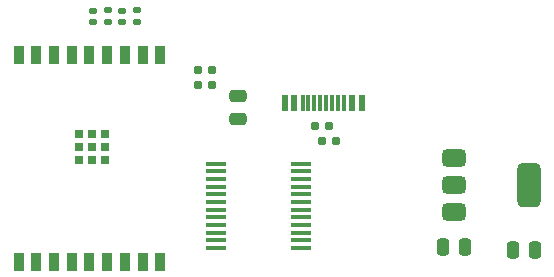
<source format=gtp>
%TF.GenerationSoftware,KiCad,Pcbnew,9.0.3*%
%TF.CreationDate,2025-08-05T23:38:35-05:00*%
%TF.ProjectId,Battle_Bot_Mind,42617474-6c65-45f4-926f-745f4d696e64,rev?*%
%TF.SameCoordinates,Original*%
%TF.FileFunction,Paste,Top*%
%TF.FilePolarity,Positive*%
%FSLAX46Y46*%
G04 Gerber Fmt 4.6, Leading zero omitted, Abs format (unit mm)*
G04 Created by KiCad (PCBNEW 9.0.3) date 2025-08-05 23:38:35*
%MOMM*%
%LPD*%
G01*
G04 APERTURE LIST*
G04 Aperture macros list*
%AMRoundRect*
0 Rectangle with rounded corners*
0 $1 Rounding radius*
0 $2 $3 $4 $5 $6 $7 $8 $9 X,Y pos of 4 corners*
0 Add a 4 corners polygon primitive as box body*
4,1,4,$2,$3,$4,$5,$6,$7,$8,$9,$2,$3,0*
0 Add four circle primitives for the rounded corners*
1,1,$1+$1,$2,$3*
1,1,$1+$1,$4,$5*
1,1,$1+$1,$6,$7*
1,1,$1+$1,$8,$9*
0 Add four rect primitives between the rounded corners*
20,1,$1+$1,$2,$3,$4,$5,0*
20,1,$1+$1,$4,$5,$6,$7,0*
20,1,$1+$1,$6,$7,$8,$9,0*
20,1,$1+$1,$8,$9,$2,$3,0*%
G04 Aperture macros list end*
%ADD10R,0.700000X0.700000*%
%ADD11R,0.900000X1.500000*%
%ADD12RoundRect,0.135000X0.185000X-0.135000X0.185000X0.135000X-0.185000X0.135000X-0.185000X-0.135000X0*%
%ADD13RoundRect,0.160000X0.197500X0.160000X-0.197500X0.160000X-0.197500X-0.160000X0.197500X-0.160000X0*%
%ADD14RoundRect,0.160000X-0.197500X-0.160000X0.197500X-0.160000X0.197500X0.160000X-0.197500X0.160000X0*%
%ADD15R,0.600000X1.450000*%
%ADD16R,0.300000X1.450000*%
%ADD17RoundRect,0.147500X0.172500X-0.147500X0.172500X0.147500X-0.172500X0.147500X-0.172500X-0.147500X0*%
%ADD18RoundRect,0.250000X-0.475000X0.250000X-0.475000X-0.250000X0.475000X-0.250000X0.475000X0.250000X0*%
%ADD19R,1.750000X0.450000*%
%ADD20RoundRect,0.375000X-0.625000X-0.375000X0.625000X-0.375000X0.625000X0.375000X-0.625000X0.375000X0*%
%ADD21RoundRect,0.500000X-0.500000X-1.400000X0.500000X-1.400000X0.500000X1.400000X-0.500000X1.400000X0*%
%ADD22RoundRect,0.250000X-0.250000X-0.475000X0.250000X-0.475000X0.250000X0.475000X-0.250000X0.475000X0*%
%ADD23RoundRect,0.250000X0.250000X0.475000X-0.250000X0.475000X-0.250000X-0.475000X0.250000X-0.475000X0*%
G04 APERTURE END LIST*
D10*
%TO.C,U1*%
X112300000Y-84390000D03*
X113400000Y-84390000D03*
X114500000Y-84390000D03*
X112300000Y-83290000D03*
X113400000Y-83290000D03*
X114500000Y-83290000D03*
X112300000Y-82190000D03*
X113400000Y-82190000D03*
X114500000Y-82190000D03*
D11*
X107200000Y-93000000D03*
X108700000Y-93000000D03*
X110200000Y-93000000D03*
X111700000Y-93000000D03*
X113200000Y-93000000D03*
X114700000Y-93000000D03*
X116200000Y-93000000D03*
X117700000Y-93000000D03*
X119200000Y-93000000D03*
X119200000Y-75500000D03*
X117700000Y-75500000D03*
X116200000Y-75500000D03*
X114700000Y-75500000D03*
X113200000Y-75500000D03*
X111700000Y-75500000D03*
X110200000Y-75500000D03*
X108700000Y-75500000D03*
X107200000Y-75500000D03*
%TD*%
D12*
%TO.C,R4*%
X114750000Y-72720000D03*
X114750000Y-71700000D03*
%TD*%
D13*
%TO.C,R6*%
X123597500Y-76788000D03*
X122402500Y-76788000D03*
%TD*%
%TO.C,R5*%
X123597500Y-78038000D03*
X122402500Y-78038000D03*
%TD*%
D14*
%TO.C,R1*%
X132902500Y-82810000D03*
X134097500Y-82810000D03*
%TD*%
D15*
%TO.C,J1*%
X136250000Y-79545000D03*
X135450000Y-79545000D03*
D16*
X134250000Y-79545000D03*
X133250000Y-79545000D03*
X132750000Y-79545000D03*
X131750000Y-79545000D03*
D15*
X130550000Y-79545000D03*
X129750000Y-79545000D03*
X129750000Y-79545000D03*
X130550000Y-79545000D03*
D16*
X131250000Y-79545000D03*
X132250000Y-79545000D03*
X133750000Y-79545000D03*
X134750000Y-79545000D03*
D15*
X135450000Y-79545000D03*
X136250000Y-79545000D03*
%TD*%
D17*
%TO.C,D1*%
X116000000Y-72720000D03*
X116000000Y-71750000D03*
%TD*%
D18*
%TO.C,C1*%
X125750000Y-79000000D03*
X125750000Y-80900000D03*
%TD*%
D19*
%TO.C,U2*%
X131100000Y-91850000D03*
X131100000Y-91200000D03*
X131100000Y-90550000D03*
X131100000Y-89900000D03*
X131100000Y-89250000D03*
X131100000Y-88600000D03*
X131100000Y-87950000D03*
X131100000Y-87300000D03*
X131100000Y-86650000D03*
X131100000Y-86000000D03*
X131100000Y-85350000D03*
X131100000Y-84700000D03*
X123900000Y-84700000D03*
X123900000Y-85350000D03*
X123900000Y-86000000D03*
X123900000Y-86650000D03*
X123900000Y-87300000D03*
X123900000Y-87950000D03*
X123900000Y-88600000D03*
X123900000Y-89250000D03*
X123900000Y-89900000D03*
X123900000Y-90550000D03*
X123900000Y-91200000D03*
X123900000Y-91850000D03*
%TD*%
D12*
%TO.C,R3*%
X117250000Y-72720000D03*
X117250000Y-71700000D03*
%TD*%
D17*
%TO.C,D2*%
X113500000Y-72720000D03*
X113500000Y-71750000D03*
%TD*%
D20*
%TO.C,U4*%
X144100000Y-84200000D03*
X144100000Y-86500000D03*
D21*
X150400000Y-86500000D03*
D20*
X144100000Y-88800000D03*
%TD*%
D22*
%TO.C,C6*%
X143100000Y-91750000D03*
X145000000Y-91750000D03*
%TD*%
D23*
%TO.C,C5*%
X150950000Y-92000000D03*
X149050000Y-92000000D03*
%TD*%
D13*
%TO.C,R2*%
X133500000Y-81500000D03*
X132305000Y-81500000D03*
%TD*%
M02*

</source>
